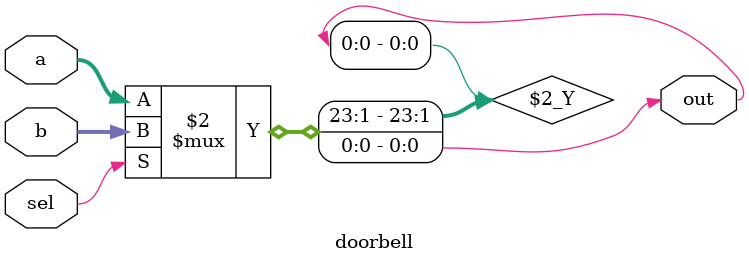
<source format=v>

`timescale 1ns / 100ps

module doorbell(
    //Todo: define inputs here
    input [23:0] a,
    input [23:0] b,
    input sel,   //input a,b,sel
    output out         //output out
    );
    
    
    //Todo: define registers and wires here
    wire   out;

    //Todo: define your logic here                 
      assign #5 out=(sel==0)?a:
                     b;   //out=b when sel=1
endmodule

</source>
